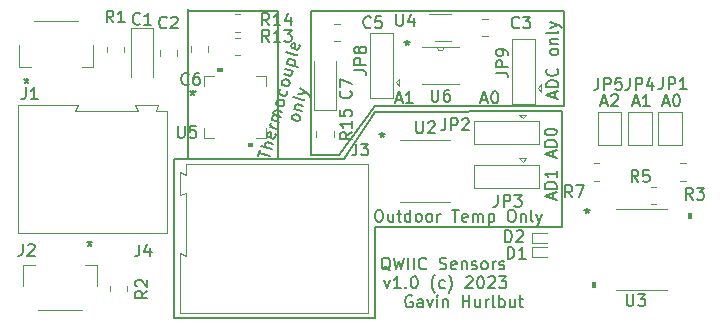
<source format=gbr>
%TF.GenerationSoftware,KiCad,Pcbnew,(6.0.10)*%
%TF.CreationDate,2023-01-29T23:27:27-05:00*%
%TF.ProjectId,sensor-board,73656e73-6f72-42d6-926f-6172642e6b69,v1.0*%
%TF.SameCoordinates,Original*%
%TF.FileFunction,Legend,Top*%
%TF.FilePolarity,Positive*%
%FSLAX46Y46*%
G04 Gerber Fmt 4.6, Leading zero omitted, Abs format (unit mm)*
G04 Created by KiCad (PCBNEW (6.0.10)) date 2023-01-29 23:27:27*
%MOMM*%
%LPD*%
G01*
G04 APERTURE LIST*
%ADD10C,0.150000*%
%ADD11C,0.120000*%
%ADD12C,0.100000*%
G04 APERTURE END LIST*
D10*
X107997714Y-132500666D02*
X108473904Y-132500666D01*
X107902476Y-132786380D02*
X108235809Y-131786380D01*
X108569142Y-132786380D01*
X109426285Y-132786380D02*
X108854857Y-132786380D01*
X109140571Y-132786380D02*
X109140571Y-131786380D01*
X109045333Y-131929238D01*
X108950095Y-132024476D01*
X108854857Y-132072095D01*
X115236714Y-132500666D02*
X115712904Y-132500666D01*
X115141476Y-132786380D02*
X115474809Y-131786380D01*
X115808142Y-132786380D01*
X116331952Y-131786380D02*
X116427190Y-131786380D01*
X116522428Y-131834000D01*
X116570047Y-131881619D01*
X116617666Y-131976857D01*
X116665285Y-132167333D01*
X116665285Y-132405428D01*
X116617666Y-132595904D01*
X116570047Y-132691142D01*
X116522428Y-132738761D01*
X116427190Y-132786380D01*
X116331952Y-132786380D01*
X116236714Y-132738761D01*
X116189095Y-132691142D01*
X116141476Y-132595904D01*
X116093857Y-132405428D01*
X116093857Y-132167333D01*
X116141476Y-131976857D01*
X116189095Y-131881619D01*
X116236714Y-131834000D01*
X116331952Y-131786380D01*
X121324666Y-137358285D02*
X121324666Y-136882095D01*
X121610380Y-137453523D02*
X120610380Y-137120190D01*
X121610380Y-136786857D01*
X121610380Y-136453523D02*
X120610380Y-136453523D01*
X120610380Y-136215428D01*
X120658000Y-136072571D01*
X120753238Y-135977333D01*
X120848476Y-135929714D01*
X121038952Y-135882095D01*
X121181809Y-135882095D01*
X121372285Y-135929714D01*
X121467523Y-135977333D01*
X121562761Y-136072571D01*
X121610380Y-136215428D01*
X121610380Y-136453523D01*
X120610380Y-135263047D02*
X120610380Y-135167809D01*
X120658000Y-135072571D01*
X120705619Y-135024952D01*
X120800857Y-134977333D01*
X120991333Y-134929714D01*
X121229428Y-134929714D01*
X121419904Y-134977333D01*
X121515142Y-135024952D01*
X121562761Y-135072571D01*
X121610380Y-135167809D01*
X121610380Y-135263047D01*
X121562761Y-135358285D01*
X121515142Y-135405904D01*
X121419904Y-135453523D01*
X121229428Y-135501142D01*
X120991333Y-135501142D01*
X120800857Y-135453523D01*
X120705619Y-135405904D01*
X120658000Y-135358285D01*
X120610380Y-135263047D01*
X121324666Y-140914285D02*
X121324666Y-140438095D01*
X121610380Y-141009523D02*
X120610380Y-140676190D01*
X121610380Y-140342857D01*
X121610380Y-140009523D02*
X120610380Y-140009523D01*
X120610380Y-139771428D01*
X120658000Y-139628571D01*
X120753238Y-139533333D01*
X120848476Y-139485714D01*
X121038952Y-139438095D01*
X121181809Y-139438095D01*
X121372285Y-139485714D01*
X121467523Y-139533333D01*
X121562761Y-139628571D01*
X121610380Y-139771428D01*
X121610380Y-140009523D01*
X121610380Y-138485714D02*
X121610380Y-139057142D01*
X121610380Y-138771428D02*
X120610380Y-138771428D01*
X120753238Y-138866666D01*
X120848476Y-138961904D01*
X120896095Y-139057142D01*
X125396714Y-132754666D02*
X125872904Y-132754666D01*
X125301476Y-133040380D02*
X125634809Y-132040380D01*
X125968142Y-133040380D01*
X126253857Y-132135619D02*
X126301476Y-132088000D01*
X126396714Y-132040380D01*
X126634809Y-132040380D01*
X126730047Y-132088000D01*
X126777666Y-132135619D01*
X126825285Y-132230857D01*
X126825285Y-132326095D01*
X126777666Y-132468952D01*
X126206238Y-133040380D01*
X126825285Y-133040380D01*
X128063714Y-132754666D02*
X128539904Y-132754666D01*
X127968476Y-133040380D02*
X128301809Y-132040380D01*
X128635142Y-133040380D01*
X129492285Y-133040380D02*
X128920857Y-133040380D01*
X129206571Y-133040380D02*
X129206571Y-132040380D01*
X129111333Y-132183238D01*
X129016095Y-132278476D01*
X128920857Y-132326095D01*
X130603714Y-132754666D02*
X131079904Y-132754666D01*
X130508476Y-133040380D02*
X130841809Y-132040380D01*
X131175142Y-133040380D01*
X131698952Y-132040380D02*
X131794190Y-132040380D01*
X131889428Y-132088000D01*
X131937047Y-132135619D01*
X131984666Y-132230857D01*
X132032285Y-132421333D01*
X132032285Y-132659428D01*
X131984666Y-132849904D01*
X131937047Y-132945142D01*
X131889428Y-132992761D01*
X131794190Y-133040380D01*
X131698952Y-133040380D01*
X131603714Y-132992761D01*
X131556095Y-132945142D01*
X131508476Y-132849904D01*
X131460857Y-132659428D01*
X131460857Y-132421333D01*
X131508476Y-132230857D01*
X131556095Y-132135619D01*
X131603714Y-132088000D01*
X131698952Y-132040380D01*
X89250000Y-151000000D02*
X89250000Y-137500000D01*
X90400000Y-125000000D02*
X98000000Y-125000000D01*
X100800000Y-137200000D02*
X100800000Y-125000000D01*
X122200000Y-125000000D02*
X122200000Y-133000000D01*
X121600000Y-133000000D02*
X106200000Y-133000000D01*
X106200000Y-133000000D02*
X103200000Y-137200000D01*
X122047000Y-133477000D02*
X122047000Y-143250000D01*
X98000000Y-125000000D02*
X97988677Y-137495932D01*
X103600000Y-137500000D02*
X106250000Y-133500000D01*
X106250000Y-143250000D02*
X106250000Y-151000000D01*
X90399999Y-137491072D02*
X90400000Y-124800000D01*
X122047000Y-143250000D02*
X106250000Y-143250000D01*
X106250000Y-151000000D02*
X89250000Y-151000000D01*
X89250000Y-137500000D02*
X103600000Y-137500000D01*
X122200000Y-133000000D02*
X121600000Y-133000000D01*
X103200000Y-137200000D02*
X100800000Y-137200000D01*
X100800000Y-125000000D02*
X122200000Y-125000000D01*
X106250000Y-133500000D02*
X122047000Y-133477000D01*
X106474476Y-141819380D02*
X106664952Y-141819380D01*
X106760190Y-141867000D01*
X106855428Y-141962238D01*
X106903047Y-142152714D01*
X106903047Y-142486047D01*
X106855428Y-142676523D01*
X106760190Y-142771761D01*
X106664952Y-142819380D01*
X106474476Y-142819380D01*
X106379238Y-142771761D01*
X106284000Y-142676523D01*
X106236380Y-142486047D01*
X106236380Y-142152714D01*
X106284000Y-141962238D01*
X106379238Y-141867000D01*
X106474476Y-141819380D01*
X107760190Y-142152714D02*
X107760190Y-142819380D01*
X107331619Y-142152714D02*
X107331619Y-142676523D01*
X107379238Y-142771761D01*
X107474476Y-142819380D01*
X107617333Y-142819380D01*
X107712571Y-142771761D01*
X107760190Y-142724142D01*
X108093523Y-142152714D02*
X108474476Y-142152714D01*
X108236380Y-141819380D02*
X108236380Y-142676523D01*
X108284000Y-142771761D01*
X108379238Y-142819380D01*
X108474476Y-142819380D01*
X109236380Y-142819380D02*
X109236380Y-141819380D01*
X109236380Y-142771761D02*
X109141142Y-142819380D01*
X108950666Y-142819380D01*
X108855428Y-142771761D01*
X108807809Y-142724142D01*
X108760190Y-142628904D01*
X108760190Y-142343190D01*
X108807809Y-142247952D01*
X108855428Y-142200333D01*
X108950666Y-142152714D01*
X109141142Y-142152714D01*
X109236380Y-142200333D01*
X109855428Y-142819380D02*
X109760190Y-142771761D01*
X109712571Y-142724142D01*
X109664952Y-142628904D01*
X109664952Y-142343190D01*
X109712571Y-142247952D01*
X109760190Y-142200333D01*
X109855428Y-142152714D01*
X109998285Y-142152714D01*
X110093523Y-142200333D01*
X110141142Y-142247952D01*
X110188761Y-142343190D01*
X110188761Y-142628904D01*
X110141142Y-142724142D01*
X110093523Y-142771761D01*
X109998285Y-142819380D01*
X109855428Y-142819380D01*
X110760190Y-142819380D02*
X110664952Y-142771761D01*
X110617333Y-142724142D01*
X110569714Y-142628904D01*
X110569714Y-142343190D01*
X110617333Y-142247952D01*
X110664952Y-142200333D01*
X110760190Y-142152714D01*
X110903047Y-142152714D01*
X110998285Y-142200333D01*
X111045904Y-142247952D01*
X111093523Y-142343190D01*
X111093523Y-142628904D01*
X111045904Y-142724142D01*
X110998285Y-142771761D01*
X110903047Y-142819380D01*
X110760190Y-142819380D01*
X111522095Y-142819380D02*
X111522095Y-142152714D01*
X111522095Y-142343190D02*
X111569714Y-142247952D01*
X111617333Y-142200333D01*
X111712571Y-142152714D01*
X111807809Y-142152714D01*
X112760190Y-141819380D02*
X113331619Y-141819380D01*
X113045904Y-142819380D02*
X113045904Y-141819380D01*
X114045904Y-142771761D02*
X113950666Y-142819380D01*
X113760190Y-142819380D01*
X113664952Y-142771761D01*
X113617333Y-142676523D01*
X113617333Y-142295571D01*
X113664952Y-142200333D01*
X113760190Y-142152714D01*
X113950666Y-142152714D01*
X114045904Y-142200333D01*
X114093523Y-142295571D01*
X114093523Y-142390809D01*
X113617333Y-142486047D01*
X114522095Y-142819380D02*
X114522095Y-142152714D01*
X114522095Y-142247952D02*
X114569714Y-142200333D01*
X114664952Y-142152714D01*
X114807809Y-142152714D01*
X114903047Y-142200333D01*
X114950666Y-142295571D01*
X114950666Y-142819380D01*
X114950666Y-142295571D02*
X114998285Y-142200333D01*
X115093523Y-142152714D01*
X115236380Y-142152714D01*
X115331619Y-142200333D01*
X115379238Y-142295571D01*
X115379238Y-142819380D01*
X115855428Y-142152714D02*
X115855428Y-143152714D01*
X115855428Y-142200333D02*
X115950666Y-142152714D01*
X116141142Y-142152714D01*
X116236380Y-142200333D01*
X116284000Y-142247952D01*
X116331619Y-142343190D01*
X116331619Y-142628904D01*
X116284000Y-142724142D01*
X116236380Y-142771761D01*
X116141142Y-142819380D01*
X115950666Y-142819380D01*
X115855428Y-142771761D01*
X117712571Y-141819380D02*
X117903047Y-141819380D01*
X117998285Y-141867000D01*
X118093523Y-141962238D01*
X118141142Y-142152714D01*
X118141142Y-142486047D01*
X118093523Y-142676523D01*
X117998285Y-142771761D01*
X117903047Y-142819380D01*
X117712571Y-142819380D01*
X117617333Y-142771761D01*
X117522095Y-142676523D01*
X117474476Y-142486047D01*
X117474476Y-142152714D01*
X117522095Y-141962238D01*
X117617333Y-141867000D01*
X117712571Y-141819380D01*
X118569714Y-142152714D02*
X118569714Y-142819380D01*
X118569714Y-142247952D02*
X118617333Y-142200333D01*
X118712571Y-142152714D01*
X118855428Y-142152714D01*
X118950666Y-142200333D01*
X118998285Y-142295571D01*
X118998285Y-142819380D01*
X119617333Y-142819380D02*
X119522095Y-142771761D01*
X119474476Y-142676523D01*
X119474476Y-141819380D01*
X119903047Y-142152714D02*
X120141142Y-142819380D01*
X120379238Y-142152714D02*
X120141142Y-142819380D01*
X120045904Y-143057476D01*
X119998285Y-143105095D01*
X119903047Y-143152714D01*
X107523809Y-146947619D02*
X107428571Y-146900000D01*
X107333333Y-146804761D01*
X107190476Y-146661904D01*
X107095238Y-146614285D01*
X107000000Y-146614285D01*
X107047619Y-146852380D02*
X106952380Y-146804761D01*
X106857142Y-146709523D01*
X106809523Y-146519047D01*
X106809523Y-146185714D01*
X106857142Y-145995238D01*
X106952380Y-145900000D01*
X107047619Y-145852380D01*
X107238095Y-145852380D01*
X107333333Y-145900000D01*
X107428571Y-145995238D01*
X107476190Y-146185714D01*
X107476190Y-146519047D01*
X107428571Y-146709523D01*
X107333333Y-146804761D01*
X107238095Y-146852380D01*
X107047619Y-146852380D01*
X107809523Y-145852380D02*
X108047619Y-146852380D01*
X108238095Y-146138095D01*
X108428571Y-146852380D01*
X108666666Y-145852380D01*
X109047619Y-146852380D02*
X109047619Y-145852380D01*
X109523809Y-146852380D02*
X109523809Y-145852380D01*
X110571428Y-146757142D02*
X110523809Y-146804761D01*
X110380952Y-146852380D01*
X110285714Y-146852380D01*
X110142857Y-146804761D01*
X110047619Y-146709523D01*
X110000000Y-146614285D01*
X109952380Y-146423809D01*
X109952380Y-146280952D01*
X110000000Y-146090476D01*
X110047619Y-145995238D01*
X110142857Y-145900000D01*
X110285714Y-145852380D01*
X110380952Y-145852380D01*
X110523809Y-145900000D01*
X110571428Y-145947619D01*
X111714285Y-146804761D02*
X111857142Y-146852380D01*
X112095238Y-146852380D01*
X112190476Y-146804761D01*
X112238095Y-146757142D01*
X112285714Y-146661904D01*
X112285714Y-146566666D01*
X112238095Y-146471428D01*
X112190476Y-146423809D01*
X112095238Y-146376190D01*
X111904761Y-146328571D01*
X111809523Y-146280952D01*
X111761904Y-146233333D01*
X111714285Y-146138095D01*
X111714285Y-146042857D01*
X111761904Y-145947619D01*
X111809523Y-145900000D01*
X111904761Y-145852380D01*
X112142857Y-145852380D01*
X112285714Y-145900000D01*
X113095238Y-146804761D02*
X113000000Y-146852380D01*
X112809523Y-146852380D01*
X112714285Y-146804761D01*
X112666666Y-146709523D01*
X112666666Y-146328571D01*
X112714285Y-146233333D01*
X112809523Y-146185714D01*
X113000000Y-146185714D01*
X113095238Y-146233333D01*
X113142857Y-146328571D01*
X113142857Y-146423809D01*
X112666666Y-146519047D01*
X113571428Y-146185714D02*
X113571428Y-146852380D01*
X113571428Y-146280952D02*
X113619047Y-146233333D01*
X113714285Y-146185714D01*
X113857142Y-146185714D01*
X113952380Y-146233333D01*
X114000000Y-146328571D01*
X114000000Y-146852380D01*
X114428571Y-146804761D02*
X114523809Y-146852380D01*
X114714285Y-146852380D01*
X114809523Y-146804761D01*
X114857142Y-146709523D01*
X114857142Y-146661904D01*
X114809523Y-146566666D01*
X114714285Y-146519047D01*
X114571428Y-146519047D01*
X114476190Y-146471428D01*
X114428571Y-146376190D01*
X114428571Y-146328571D01*
X114476190Y-146233333D01*
X114571428Y-146185714D01*
X114714285Y-146185714D01*
X114809523Y-146233333D01*
X115428571Y-146852380D02*
X115333333Y-146804761D01*
X115285714Y-146757142D01*
X115238095Y-146661904D01*
X115238095Y-146376190D01*
X115285714Y-146280952D01*
X115333333Y-146233333D01*
X115428571Y-146185714D01*
X115571428Y-146185714D01*
X115666666Y-146233333D01*
X115714285Y-146280952D01*
X115761904Y-146376190D01*
X115761904Y-146661904D01*
X115714285Y-146757142D01*
X115666666Y-146804761D01*
X115571428Y-146852380D01*
X115428571Y-146852380D01*
X116190476Y-146852380D02*
X116190476Y-146185714D01*
X116190476Y-146376190D02*
X116238095Y-146280952D01*
X116285714Y-146233333D01*
X116380952Y-146185714D01*
X116476190Y-146185714D01*
X116761904Y-146804761D02*
X116857142Y-146852380D01*
X117047619Y-146852380D01*
X117142857Y-146804761D01*
X117190476Y-146709523D01*
X117190476Y-146661904D01*
X117142857Y-146566666D01*
X117047619Y-146519047D01*
X116904761Y-146519047D01*
X116809523Y-146471428D01*
X116761904Y-146376190D01*
X116761904Y-146328571D01*
X116809523Y-146233333D01*
X116904761Y-146185714D01*
X117047619Y-146185714D01*
X117142857Y-146233333D01*
X121451666Y-132325666D02*
X121451666Y-131849476D01*
X121737380Y-132420904D02*
X120737380Y-132087571D01*
X121737380Y-131754238D01*
X121737380Y-131420904D02*
X120737380Y-131420904D01*
X120737380Y-131182809D01*
X120785000Y-131039952D01*
X120880238Y-130944714D01*
X120975476Y-130897095D01*
X121165952Y-130849476D01*
X121308809Y-130849476D01*
X121499285Y-130897095D01*
X121594523Y-130944714D01*
X121689761Y-131039952D01*
X121737380Y-131182809D01*
X121737380Y-131420904D01*
X121642142Y-129849476D02*
X121689761Y-129897095D01*
X121737380Y-130039952D01*
X121737380Y-130135190D01*
X121689761Y-130278047D01*
X121594523Y-130373285D01*
X121499285Y-130420904D01*
X121308809Y-130468523D01*
X121165952Y-130468523D01*
X120975476Y-130420904D01*
X120880238Y-130373285D01*
X120785000Y-130278047D01*
X120737380Y-130135190D01*
X120737380Y-130039952D01*
X120785000Y-129897095D01*
X120832619Y-129849476D01*
X121737380Y-128516142D02*
X121689761Y-128611380D01*
X121642142Y-128659000D01*
X121546904Y-128706619D01*
X121261190Y-128706619D01*
X121165952Y-128659000D01*
X121118333Y-128611380D01*
X121070714Y-128516142D01*
X121070714Y-128373285D01*
X121118333Y-128278047D01*
X121165952Y-128230428D01*
X121261190Y-128182809D01*
X121546904Y-128182809D01*
X121642142Y-128230428D01*
X121689761Y-128278047D01*
X121737380Y-128373285D01*
X121737380Y-128516142D01*
X121070714Y-127754238D02*
X121737380Y-127754238D01*
X121165952Y-127754238D02*
X121118333Y-127706619D01*
X121070714Y-127611380D01*
X121070714Y-127468523D01*
X121118333Y-127373285D01*
X121213571Y-127325666D01*
X121737380Y-127325666D01*
X121737380Y-126706619D02*
X121689761Y-126801857D01*
X121594523Y-126849476D01*
X120737380Y-126849476D01*
X121070714Y-126420904D02*
X121737380Y-126182809D01*
X121070714Y-125944714D02*
X121737380Y-126182809D01*
X121975476Y-126278047D01*
X122023095Y-126325666D01*
X122070714Y-126420904D01*
X96313888Y-137263540D02*
X96461784Y-136711582D01*
X97353762Y-137246380D02*
X96387836Y-136987561D01*
X97513983Y-136648426D02*
X96548057Y-136389607D01*
X97624906Y-136234458D02*
X97118945Y-136098886D01*
X97014627Y-136120233D01*
X96943981Y-136199901D01*
X96907007Y-136337891D01*
X96928354Y-136442208D01*
X96962026Y-136500530D01*
X97800754Y-135394197D02*
X97822101Y-135498515D01*
X97772802Y-135682500D01*
X97702156Y-135762169D01*
X97597839Y-135783516D01*
X97229867Y-135684918D01*
X97150199Y-135614272D01*
X97128852Y-135509954D01*
X97178151Y-135325969D01*
X97248797Y-135246300D01*
X97353114Y-135224953D01*
X97445107Y-135249603D01*
X97413853Y-135734217D01*
X97969998Y-134946557D02*
X97326047Y-134774011D01*
X97510033Y-134823310D02*
X97430365Y-134752664D01*
X97396693Y-134694343D01*
X97375346Y-134590025D01*
X97399996Y-134498032D01*
X98130219Y-134348603D02*
X97486269Y-134176057D01*
X97578261Y-134200706D02*
X97544590Y-134142385D01*
X97523243Y-134038067D01*
X97560217Y-133900078D01*
X97630863Y-133820410D01*
X97735180Y-133799063D01*
X98241142Y-133934635D01*
X97735180Y-133799063D02*
X97655512Y-133728417D01*
X97634165Y-133624099D01*
X97671139Y-133486110D01*
X97741785Y-133406442D01*
X97846103Y-133385095D01*
X98352064Y-133520666D01*
X98512285Y-132922712D02*
X98441639Y-133002381D01*
X98383318Y-133036052D01*
X98279001Y-133057399D01*
X98003022Y-132983451D01*
X97923354Y-132912805D01*
X97889682Y-132854484D01*
X97868335Y-132750166D01*
X97905309Y-132612177D01*
X97975955Y-132532509D01*
X98034276Y-132498837D01*
X98138594Y-132477490D01*
X98414572Y-132551438D01*
X98494241Y-132622084D01*
X98527912Y-132680405D01*
X98549259Y-132784723D01*
X98512285Y-132922712D01*
X98774407Y-131760476D02*
X98795754Y-131864794D01*
X98746455Y-132048779D01*
X98675809Y-132128448D01*
X98617488Y-132162119D01*
X98513170Y-132183466D01*
X98237191Y-132109518D01*
X98157523Y-132038872D01*
X98123851Y-131980551D01*
X98102504Y-131876233D01*
X98151803Y-131692248D01*
X98222449Y-131612579D01*
X98968300Y-131220843D02*
X98897654Y-131300511D01*
X98839333Y-131334183D01*
X98735015Y-131355530D01*
X98459036Y-131281582D01*
X98379368Y-131210936D01*
X98345696Y-131152615D01*
X98324349Y-131048297D01*
X98361323Y-130910308D01*
X98431969Y-130830639D01*
X98490290Y-130796968D01*
X98594608Y-130775621D01*
X98870587Y-130849569D01*
X98950255Y-130920215D01*
X98983927Y-130978536D01*
X99005274Y-131082854D01*
X98968300Y-131220843D01*
X98632467Y-129898385D02*
X99276418Y-130070931D01*
X98521545Y-130312354D02*
X99027506Y-130447925D01*
X99131824Y-130426578D01*
X99202469Y-130346910D01*
X99239444Y-130208921D01*
X99218097Y-130104603D01*
X99184425Y-130046282D01*
X98755714Y-129438421D02*
X99721640Y-129697240D01*
X98801711Y-129450745D02*
X98780364Y-129346428D01*
X98829663Y-129162442D01*
X98900309Y-129082774D01*
X98958630Y-129049102D01*
X99062947Y-129027755D01*
X99338926Y-129101703D01*
X99418594Y-129172349D01*
X99452266Y-129230670D01*
X99473613Y-129334988D01*
X99424314Y-129518974D01*
X99353668Y-129598642D01*
X99670809Y-128599044D02*
X99600163Y-128678713D01*
X99495845Y-128700060D01*
X98667909Y-128478215D01*
X99822008Y-127850776D02*
X99843355Y-127955094D01*
X99794056Y-128139080D01*
X99723410Y-128218748D01*
X99619092Y-128240095D01*
X99251121Y-128141497D01*
X99171452Y-128070851D01*
X99150105Y-127966534D01*
X99199404Y-127782548D01*
X99270050Y-127702880D01*
X99374368Y-127681533D01*
X99466361Y-127706182D01*
X99435106Y-128190796D01*
X99845581Y-134167348D02*
X99774935Y-134247016D01*
X99716614Y-134280688D01*
X99612297Y-134302035D01*
X99336318Y-134228086D01*
X99256650Y-134157441D01*
X99222978Y-134099119D01*
X99201631Y-133994802D01*
X99238605Y-133856812D01*
X99309251Y-133777144D01*
X99367572Y-133743472D01*
X99471890Y-133722125D01*
X99747869Y-133796074D01*
X99827537Y-133866720D01*
X99861209Y-133925041D01*
X99882556Y-134029358D01*
X99845581Y-134167348D01*
X99398826Y-133258858D02*
X100042777Y-133431404D01*
X99490819Y-133283508D02*
X99457147Y-133225187D01*
X99435800Y-133120869D01*
X99472775Y-132982879D01*
X99543421Y-132903211D01*
X99647738Y-132881864D01*
X100153699Y-133017436D01*
X100313921Y-132419482D02*
X100243275Y-132499150D01*
X100138957Y-132520497D01*
X99311021Y-132298652D01*
X99743918Y-131970957D02*
X100449492Y-131913521D01*
X99867166Y-131510992D02*
X100449492Y-131913521D01*
X100654825Y-132067137D01*
X100688497Y-132125459D01*
X100709844Y-132229776D01*
X107028571Y-147780714D02*
X107266666Y-148447380D01*
X107504761Y-147780714D01*
X108409523Y-148447380D02*
X107838095Y-148447380D01*
X108123809Y-148447380D02*
X108123809Y-147447380D01*
X108028571Y-147590238D01*
X107933333Y-147685476D01*
X107838095Y-147733095D01*
X108838095Y-148352142D02*
X108885714Y-148399761D01*
X108838095Y-148447380D01*
X108790476Y-148399761D01*
X108838095Y-148352142D01*
X108838095Y-148447380D01*
X109504761Y-147447380D02*
X109600000Y-147447380D01*
X109695238Y-147495000D01*
X109742857Y-147542619D01*
X109790476Y-147637857D01*
X109838095Y-147828333D01*
X109838095Y-148066428D01*
X109790476Y-148256904D01*
X109742857Y-148352142D01*
X109695238Y-148399761D01*
X109600000Y-148447380D01*
X109504761Y-148447380D01*
X109409523Y-148399761D01*
X109361904Y-148352142D01*
X109314285Y-148256904D01*
X109266666Y-148066428D01*
X109266666Y-147828333D01*
X109314285Y-147637857D01*
X109361904Y-147542619D01*
X109409523Y-147495000D01*
X109504761Y-147447380D01*
X111314285Y-148828333D02*
X111266666Y-148780714D01*
X111171428Y-148637857D01*
X111123809Y-148542619D01*
X111076190Y-148399761D01*
X111028571Y-148161666D01*
X111028571Y-147971190D01*
X111076190Y-147733095D01*
X111123809Y-147590238D01*
X111171428Y-147495000D01*
X111266666Y-147352142D01*
X111314285Y-147304523D01*
X112123809Y-148399761D02*
X112028571Y-148447380D01*
X111838095Y-148447380D01*
X111742857Y-148399761D01*
X111695238Y-148352142D01*
X111647619Y-148256904D01*
X111647619Y-147971190D01*
X111695238Y-147875952D01*
X111742857Y-147828333D01*
X111838095Y-147780714D01*
X112028571Y-147780714D01*
X112123809Y-147828333D01*
X112457142Y-148828333D02*
X112504761Y-148780714D01*
X112600000Y-148637857D01*
X112647619Y-148542619D01*
X112695238Y-148399761D01*
X112742857Y-148161666D01*
X112742857Y-147971190D01*
X112695238Y-147733095D01*
X112647619Y-147590238D01*
X112600000Y-147495000D01*
X112504761Y-147352142D01*
X112457142Y-147304523D01*
X113933333Y-147542619D02*
X113980952Y-147495000D01*
X114076190Y-147447380D01*
X114314285Y-147447380D01*
X114409523Y-147495000D01*
X114457142Y-147542619D01*
X114504761Y-147637857D01*
X114504761Y-147733095D01*
X114457142Y-147875952D01*
X113885714Y-148447380D01*
X114504761Y-148447380D01*
X115123809Y-147447380D02*
X115219047Y-147447380D01*
X115314285Y-147495000D01*
X115361904Y-147542619D01*
X115409523Y-147637857D01*
X115457142Y-147828333D01*
X115457142Y-148066428D01*
X115409523Y-148256904D01*
X115361904Y-148352142D01*
X115314285Y-148399761D01*
X115219047Y-148447380D01*
X115123809Y-148447380D01*
X115028571Y-148399761D01*
X114980952Y-148352142D01*
X114933333Y-148256904D01*
X114885714Y-148066428D01*
X114885714Y-147828333D01*
X114933333Y-147637857D01*
X114980952Y-147542619D01*
X115028571Y-147495000D01*
X115123809Y-147447380D01*
X115838095Y-147542619D02*
X115885714Y-147495000D01*
X115980952Y-147447380D01*
X116219047Y-147447380D01*
X116314285Y-147495000D01*
X116361904Y-147542619D01*
X116409523Y-147637857D01*
X116409523Y-147733095D01*
X116361904Y-147875952D01*
X115790476Y-148447380D01*
X116409523Y-148447380D01*
X116742857Y-147447380D02*
X117361904Y-147447380D01*
X117028571Y-147828333D01*
X117171428Y-147828333D01*
X117266666Y-147875952D01*
X117314285Y-147923571D01*
X117361904Y-148018809D01*
X117361904Y-148256904D01*
X117314285Y-148352142D01*
X117266666Y-148399761D01*
X117171428Y-148447380D01*
X116885714Y-148447380D01*
X116790476Y-148399761D01*
X116742857Y-148352142D01*
X109361904Y-149105000D02*
X109266666Y-149057380D01*
X109123809Y-149057380D01*
X108980952Y-149105000D01*
X108885714Y-149200238D01*
X108838095Y-149295476D01*
X108790476Y-149485952D01*
X108790476Y-149628809D01*
X108838095Y-149819285D01*
X108885714Y-149914523D01*
X108980952Y-150009761D01*
X109123809Y-150057380D01*
X109219047Y-150057380D01*
X109361904Y-150009761D01*
X109409523Y-149962142D01*
X109409523Y-149628809D01*
X109219047Y-149628809D01*
X110266666Y-150057380D02*
X110266666Y-149533571D01*
X110219047Y-149438333D01*
X110123809Y-149390714D01*
X109933333Y-149390714D01*
X109838095Y-149438333D01*
X110266666Y-150009761D02*
X110171428Y-150057380D01*
X109933333Y-150057380D01*
X109838095Y-150009761D01*
X109790476Y-149914523D01*
X109790476Y-149819285D01*
X109838095Y-149724047D01*
X109933333Y-149676428D01*
X110171428Y-149676428D01*
X110266666Y-149628809D01*
X110647619Y-149390714D02*
X110885714Y-150057380D01*
X111123809Y-149390714D01*
X111504761Y-150057380D02*
X111504761Y-149390714D01*
X111504761Y-149057380D02*
X111457142Y-149105000D01*
X111504761Y-149152619D01*
X111552380Y-149105000D01*
X111504761Y-149057380D01*
X111504761Y-149152619D01*
X111980952Y-149390714D02*
X111980952Y-150057380D01*
X111980952Y-149485952D02*
X112028571Y-149438333D01*
X112123809Y-149390714D01*
X112266666Y-149390714D01*
X112361904Y-149438333D01*
X112409523Y-149533571D01*
X112409523Y-150057380D01*
X113647619Y-150057380D02*
X113647619Y-149057380D01*
X113647619Y-149533571D02*
X114219047Y-149533571D01*
X114219047Y-150057380D02*
X114219047Y-149057380D01*
X115123809Y-149390714D02*
X115123809Y-150057380D01*
X114695238Y-149390714D02*
X114695238Y-149914523D01*
X114742857Y-150009761D01*
X114838095Y-150057380D01*
X114980952Y-150057380D01*
X115076190Y-150009761D01*
X115123809Y-149962142D01*
X115600000Y-150057380D02*
X115600000Y-149390714D01*
X115600000Y-149581190D02*
X115647619Y-149485952D01*
X115695238Y-149438333D01*
X115790476Y-149390714D01*
X115885714Y-149390714D01*
X116361904Y-150057380D02*
X116266666Y-150009761D01*
X116219047Y-149914523D01*
X116219047Y-149057380D01*
X116742857Y-150057380D02*
X116742857Y-149057380D01*
X116742857Y-149438333D02*
X116838095Y-149390714D01*
X117028571Y-149390714D01*
X117123809Y-149438333D01*
X117171428Y-149485952D01*
X117219047Y-149581190D01*
X117219047Y-149866904D01*
X117171428Y-149962142D01*
X117123809Y-150009761D01*
X117028571Y-150057380D01*
X116838095Y-150057380D01*
X116742857Y-150009761D01*
X118076190Y-149390714D02*
X118076190Y-150057380D01*
X117647619Y-149390714D02*
X117647619Y-149914523D01*
X117695238Y-150009761D01*
X117790476Y-150057380D01*
X117933333Y-150057380D01*
X118028571Y-150009761D01*
X118076190Y-149962142D01*
X118409523Y-149390714D02*
X118790476Y-149390714D01*
X118552380Y-149057380D02*
X118552380Y-149914523D01*
X118600000Y-150009761D01*
X118695238Y-150057380D01*
X118790476Y-150057380D01*
%TO.C,JP5*%
X125150666Y-130643380D02*
X125150666Y-131357666D01*
X125103047Y-131500523D01*
X125007809Y-131595761D01*
X124864952Y-131643380D01*
X124769714Y-131643380D01*
X125626857Y-131643380D02*
X125626857Y-130643380D01*
X126007809Y-130643380D01*
X126103047Y-130691000D01*
X126150666Y-130738619D01*
X126198285Y-130833857D01*
X126198285Y-130976714D01*
X126150666Y-131071952D01*
X126103047Y-131119571D01*
X126007809Y-131167190D01*
X125626857Y-131167190D01*
X127103047Y-130643380D02*
X126626857Y-130643380D01*
X126579238Y-131119571D01*
X126626857Y-131071952D01*
X126722095Y-131024333D01*
X126960190Y-131024333D01*
X127055428Y-131071952D01*
X127103047Y-131119571D01*
X127150666Y-131214809D01*
X127150666Y-131452904D01*
X127103047Y-131548142D01*
X127055428Y-131595761D01*
X126960190Y-131643380D01*
X126722095Y-131643380D01*
X126626857Y-131595761D01*
X126579238Y-131548142D01*
%TO.C,JP4*%
X127817666Y-130643380D02*
X127817666Y-131357666D01*
X127770047Y-131500523D01*
X127674809Y-131595761D01*
X127531952Y-131643380D01*
X127436714Y-131643380D01*
X128293857Y-131643380D02*
X128293857Y-130643380D01*
X128674809Y-130643380D01*
X128770047Y-130691000D01*
X128817666Y-130738619D01*
X128865285Y-130833857D01*
X128865285Y-130976714D01*
X128817666Y-131071952D01*
X128770047Y-131119571D01*
X128674809Y-131167190D01*
X128293857Y-131167190D01*
X129722428Y-130976714D02*
X129722428Y-131643380D01*
X129484333Y-130595761D02*
X129246238Y-131310047D01*
X129865285Y-131310047D01*
%TO.C,JP1*%
X130611666Y-130606715D02*
X130611666Y-131321001D01*
X130564047Y-131463858D01*
X130468809Y-131559096D01*
X130325952Y-131606715D01*
X130230714Y-131606715D01*
X131087857Y-131606715D02*
X131087857Y-130606715D01*
X131468809Y-130606715D01*
X131564047Y-130654335D01*
X131611666Y-130701954D01*
X131659285Y-130797192D01*
X131659285Y-130940049D01*
X131611666Y-131035287D01*
X131564047Y-131082906D01*
X131468809Y-131130525D01*
X131087857Y-131130525D01*
X132611666Y-131606715D02*
X132040238Y-131606715D01*
X132325952Y-131606715D02*
X132325952Y-130606715D01*
X132230714Y-130749573D01*
X132135476Y-130844811D01*
X132040238Y-130892430D01*
%TO.C,C6*%
X90448067Y-131129503D02*
X90400448Y-131177122D01*
X90257591Y-131224741D01*
X90162353Y-131224741D01*
X90019495Y-131177122D01*
X89924257Y-131081884D01*
X89876638Y-130986646D01*
X89829019Y-130796170D01*
X89829019Y-130653313D01*
X89876638Y-130462837D01*
X89924257Y-130367599D01*
X90019495Y-130272361D01*
X90162353Y-130224741D01*
X90257591Y-130224741D01*
X90400448Y-130272361D01*
X90448067Y-130319980D01*
X91305210Y-130224741D02*
X91114734Y-130224741D01*
X91019495Y-130272361D01*
X90971876Y-130319980D01*
X90876638Y-130462837D01*
X90829019Y-130653313D01*
X90829019Y-131034265D01*
X90876638Y-131129503D01*
X90924257Y-131177122D01*
X91019495Y-131224741D01*
X91209972Y-131224741D01*
X91305210Y-131177122D01*
X91352829Y-131129503D01*
X91400448Y-131034265D01*
X91400448Y-130796170D01*
X91352829Y-130700932D01*
X91305210Y-130653313D01*
X91209972Y-130605694D01*
X91019495Y-130605694D01*
X90924257Y-130653313D01*
X90876638Y-130700932D01*
X90829019Y-130796170D01*
%TO.C,J3*%
X104666666Y-136202380D02*
X104666666Y-136916666D01*
X104619047Y-137059523D01*
X104523809Y-137154761D01*
X104380952Y-137202380D01*
X104285714Y-137202380D01*
X105047619Y-136202380D02*
X105666666Y-136202380D01*
X105333333Y-136583333D01*
X105476190Y-136583333D01*
X105571428Y-136630952D01*
X105619047Y-136678571D01*
X105666666Y-136773809D01*
X105666666Y-137011904D01*
X105619047Y-137107142D01*
X105571428Y-137154761D01*
X105476190Y-137202380D01*
X105190476Y-137202380D01*
X105095238Y-137154761D01*
X105047619Y-137107142D01*
%TO.C,C2*%
X88583333Y-126357142D02*
X88535714Y-126404761D01*
X88392857Y-126452380D01*
X88297619Y-126452380D01*
X88154761Y-126404761D01*
X88059523Y-126309523D01*
X88011904Y-126214285D01*
X87964285Y-126023809D01*
X87964285Y-125880952D01*
X88011904Y-125690476D01*
X88059523Y-125595238D01*
X88154761Y-125500000D01*
X88297619Y-125452380D01*
X88392857Y-125452380D01*
X88535714Y-125500000D01*
X88583333Y-125547619D01*
X88964285Y-125547619D02*
X89011904Y-125500000D01*
X89107142Y-125452380D01*
X89345238Y-125452380D01*
X89440476Y-125500000D01*
X89488095Y-125547619D01*
X89535714Y-125642857D01*
X89535714Y-125738095D01*
X89488095Y-125880952D01*
X88916666Y-126452380D01*
X89535714Y-126452380D01*
%TO.C,C7*%
X104157142Y-131766666D02*
X104204761Y-131814285D01*
X104252380Y-131957142D01*
X104252380Y-132052380D01*
X104204761Y-132195238D01*
X104109523Y-132290476D01*
X104014285Y-132338095D01*
X103823809Y-132385714D01*
X103680952Y-132385714D01*
X103490476Y-132338095D01*
X103395238Y-132290476D01*
X103300000Y-132195238D01*
X103252380Y-132052380D01*
X103252380Y-131957142D01*
X103300000Y-131814285D01*
X103347619Y-131766666D01*
X103252380Y-131433333D02*
X103252380Y-130766666D01*
X104252380Y-131195238D01*
%TO.C,JP2*%
X112196666Y-134072380D02*
X112196666Y-134786666D01*
X112149047Y-134929523D01*
X112053809Y-135024761D01*
X111910952Y-135072380D01*
X111815714Y-135072380D01*
X112672857Y-135072380D02*
X112672857Y-134072380D01*
X113053809Y-134072380D01*
X113149047Y-134120000D01*
X113196666Y-134167619D01*
X113244285Y-134262857D01*
X113244285Y-134405714D01*
X113196666Y-134500952D01*
X113149047Y-134548571D01*
X113053809Y-134596190D01*
X112672857Y-134596190D01*
X113625238Y-134167619D02*
X113672857Y-134120000D01*
X113768095Y-134072380D01*
X114006190Y-134072380D01*
X114101428Y-134120000D01*
X114149047Y-134167619D01*
X114196666Y-134262857D01*
X114196666Y-134358095D01*
X114149047Y-134500952D01*
X113577619Y-135072380D01*
X114196666Y-135072380D01*
%TO.C,R5*%
X128533333Y-139452380D02*
X128200000Y-138976190D01*
X127961904Y-139452380D02*
X127961904Y-138452380D01*
X128342857Y-138452380D01*
X128438095Y-138500000D01*
X128485714Y-138547619D01*
X128533333Y-138642857D01*
X128533333Y-138785714D01*
X128485714Y-138880952D01*
X128438095Y-138928571D01*
X128342857Y-138976190D01*
X127961904Y-138976190D01*
X129438095Y-138452380D02*
X128961904Y-138452380D01*
X128914285Y-138928571D01*
X128961904Y-138880952D01*
X129057142Y-138833333D01*
X129295238Y-138833333D01*
X129390476Y-138880952D01*
X129438095Y-138928571D01*
X129485714Y-139023809D01*
X129485714Y-139261904D01*
X129438095Y-139357142D01*
X129390476Y-139404761D01*
X129295238Y-139452380D01*
X129057142Y-139452380D01*
X128961904Y-139404761D01*
X128914285Y-139357142D01*
%TO.C,R1*%
X84083333Y-125952380D02*
X83750000Y-125476190D01*
X83511904Y-125952380D02*
X83511904Y-124952380D01*
X83892857Y-124952380D01*
X83988095Y-125000000D01*
X84035714Y-125047619D01*
X84083333Y-125142857D01*
X84083333Y-125285714D01*
X84035714Y-125380952D01*
X83988095Y-125428571D01*
X83892857Y-125476190D01*
X83511904Y-125476190D01*
X85035714Y-125952380D02*
X84464285Y-125952380D01*
X84750000Y-125952380D02*
X84750000Y-124952380D01*
X84654761Y-125095238D01*
X84559523Y-125190476D01*
X84464285Y-125238095D01*
%TO.C,U4*%
X108038095Y-125252380D02*
X108038095Y-126061904D01*
X108085714Y-126157142D01*
X108133333Y-126204761D01*
X108228571Y-126252380D01*
X108419047Y-126252380D01*
X108514285Y-126204761D01*
X108561904Y-126157142D01*
X108609523Y-126061904D01*
X108609523Y-125252380D01*
X109514285Y-125585714D02*
X109514285Y-126252380D01*
X109276190Y-125204761D02*
X109038095Y-125919047D01*
X109657142Y-125919047D01*
%TO.C,U5*%
X89535095Y-134707380D02*
X89535095Y-135516904D01*
X89582714Y-135612142D01*
X89630333Y-135659761D01*
X89725571Y-135707380D01*
X89916047Y-135707380D01*
X90011285Y-135659761D01*
X90058904Y-135612142D01*
X90106523Y-135516904D01*
X90106523Y-134707380D01*
X91058904Y-134707380D02*
X90582714Y-134707380D01*
X90535095Y-135183571D01*
X90582714Y-135135952D01*
X90677952Y-135088333D01*
X90916047Y-135088333D01*
X91011285Y-135135952D01*
X91058904Y-135183571D01*
X91106523Y-135278809D01*
X91106523Y-135516904D01*
X91058904Y-135612142D01*
X91011285Y-135659761D01*
X90916047Y-135707380D01*
X90677952Y-135707380D01*
X90582714Y-135659761D01*
X90535095Y-135612142D01*
X90800000Y-131652380D02*
X90800000Y-131890476D01*
X90561904Y-131795238D02*
X90800000Y-131890476D01*
X91038095Y-131795238D01*
X90657142Y-132080952D02*
X90800000Y-131890476D01*
X90942857Y-132080952D01*
X90800000Y-131652380D02*
X90800000Y-131890476D01*
X90561904Y-131795238D02*
X90800000Y-131890476D01*
X91038095Y-131795238D01*
X90657142Y-132080952D02*
X90800000Y-131890476D01*
X90942857Y-132080952D01*
%TO.C,R13*%
X97274142Y-127579380D02*
X96940809Y-127103190D01*
X96702714Y-127579380D02*
X96702714Y-126579380D01*
X97083666Y-126579380D01*
X97178904Y-126627000D01*
X97226523Y-126674619D01*
X97274142Y-126769857D01*
X97274142Y-126912714D01*
X97226523Y-127007952D01*
X97178904Y-127055571D01*
X97083666Y-127103190D01*
X96702714Y-127103190D01*
X98226523Y-127579380D02*
X97655095Y-127579380D01*
X97940809Y-127579380D02*
X97940809Y-126579380D01*
X97845571Y-126722238D01*
X97750333Y-126817476D01*
X97655095Y-126865095D01*
X98559857Y-126579380D02*
X99178904Y-126579380D01*
X98845571Y-126960333D01*
X98988428Y-126960333D01*
X99083666Y-127007952D01*
X99131285Y-127055571D01*
X99178904Y-127150809D01*
X99178904Y-127388904D01*
X99131285Y-127484142D01*
X99083666Y-127531761D01*
X98988428Y-127579380D01*
X98702714Y-127579380D01*
X98607476Y-127531761D01*
X98559857Y-127484142D01*
%TO.C,D2*%
X117261904Y-144552380D02*
X117261904Y-143552380D01*
X117500000Y-143552380D01*
X117642857Y-143600000D01*
X117738095Y-143695238D01*
X117785714Y-143790476D01*
X117833333Y-143980952D01*
X117833333Y-144123809D01*
X117785714Y-144314285D01*
X117738095Y-144409523D01*
X117642857Y-144504761D01*
X117500000Y-144552380D01*
X117261904Y-144552380D01*
X118214285Y-143647619D02*
X118261904Y-143600000D01*
X118357142Y-143552380D01*
X118595238Y-143552380D01*
X118690476Y-143600000D01*
X118738095Y-143647619D01*
X118785714Y-143742857D01*
X118785714Y-143838095D01*
X118738095Y-143980952D01*
X118166666Y-144552380D01*
X118785714Y-144552380D01*
%TO.C,J2*%
X76416666Y-144702380D02*
X76416666Y-145416666D01*
X76369047Y-145559523D01*
X76273809Y-145654761D01*
X76130952Y-145702380D01*
X76035714Y-145702380D01*
X76845238Y-144797619D02*
X76892857Y-144750000D01*
X76988095Y-144702380D01*
X77226190Y-144702380D01*
X77321428Y-144750000D01*
X77369047Y-144797619D01*
X77416666Y-144892857D01*
X77416666Y-144988095D01*
X77369047Y-145130952D01*
X76797619Y-145702380D01*
X77416666Y-145702380D01*
X82064599Y-144419981D02*
X82064599Y-144658077D01*
X81826503Y-144562839D02*
X82064599Y-144658077D01*
X82302694Y-144562839D01*
X81921741Y-144848553D02*
X82064599Y-144658077D01*
X82207456Y-144848553D01*
%TO.C,JP8*%
X104481380Y-129992333D02*
X105195666Y-129992333D01*
X105338523Y-130039952D01*
X105433761Y-130135190D01*
X105481380Y-130278047D01*
X105481380Y-130373285D01*
X105481380Y-129516142D02*
X104481380Y-129516142D01*
X104481380Y-129135190D01*
X104529000Y-129039952D01*
X104576619Y-128992333D01*
X104671857Y-128944714D01*
X104814714Y-128944714D01*
X104909952Y-128992333D01*
X104957571Y-129039952D01*
X105005190Y-129135190D01*
X105005190Y-129516142D01*
X104909952Y-128373285D02*
X104862333Y-128468523D01*
X104814714Y-128516142D01*
X104719476Y-128563761D01*
X104671857Y-128563761D01*
X104576619Y-128516142D01*
X104529000Y-128468523D01*
X104481380Y-128373285D01*
X104481380Y-128182809D01*
X104529000Y-128087571D01*
X104576619Y-128039952D01*
X104671857Y-127992333D01*
X104719476Y-127992333D01*
X104814714Y-128039952D01*
X104862333Y-128087571D01*
X104909952Y-128182809D01*
X104909952Y-128373285D01*
X104957571Y-128468523D01*
X105005190Y-128516142D01*
X105100428Y-128563761D01*
X105290904Y-128563761D01*
X105386142Y-128516142D01*
X105433761Y-128468523D01*
X105481380Y-128373285D01*
X105481380Y-128182809D01*
X105433761Y-128087571D01*
X105386142Y-128039952D01*
X105290904Y-127992333D01*
X105100428Y-127992333D01*
X105005190Y-128039952D01*
X104957571Y-128087571D01*
X104909952Y-128182809D01*
%TO.C,U2*%
X109728095Y-134326380D02*
X109728095Y-135135904D01*
X109775714Y-135231142D01*
X109823333Y-135278761D01*
X109918571Y-135326380D01*
X110109047Y-135326380D01*
X110204285Y-135278761D01*
X110251904Y-135231142D01*
X110299523Y-135135904D01*
X110299523Y-134326380D01*
X110728095Y-134421619D02*
X110775714Y-134374000D01*
X110870952Y-134326380D01*
X111109047Y-134326380D01*
X111204285Y-134374000D01*
X111251904Y-134421619D01*
X111299523Y-134516857D01*
X111299523Y-134612095D01*
X111251904Y-134754952D01*
X110680476Y-135326380D01*
X111299523Y-135326380D01*
X106849850Y-135234480D02*
X106849850Y-135472576D01*
X106611754Y-135377338D02*
X106849850Y-135472576D01*
X107087945Y-135377338D01*
X106706992Y-135663052D02*
X106849850Y-135472576D01*
X106992707Y-135663052D01*
X106849850Y-135234480D02*
X106849850Y-135472576D01*
X106611754Y-135377338D02*
X106849850Y-135472576D01*
X107087945Y-135377338D01*
X106706992Y-135663052D02*
X106849850Y-135472576D01*
X106992707Y-135663052D01*
%TO.C,U3*%
X127538095Y-148952380D02*
X127538095Y-149761904D01*
X127585714Y-149857142D01*
X127633333Y-149904761D01*
X127728571Y-149952380D01*
X127919047Y-149952380D01*
X128014285Y-149904761D01*
X128061904Y-149857142D01*
X128109523Y-149761904D01*
X128109523Y-148952380D01*
X128490476Y-148952380D02*
X129109523Y-148952380D01*
X128776190Y-149333333D01*
X128919047Y-149333333D01*
X129014285Y-149380952D01*
X129061904Y-149428571D01*
X129109523Y-149523809D01*
X129109523Y-149761904D01*
X129061904Y-149857142D01*
X129014285Y-149904761D01*
X128919047Y-149952380D01*
X128633333Y-149952380D01*
X128538095Y-149904761D01*
X128490476Y-149857142D01*
X124206000Y-141692380D02*
X124206000Y-141930476D01*
X123967904Y-141835238D02*
X124206000Y-141930476D01*
X124444095Y-141835238D01*
X124063142Y-142120952D02*
X124206000Y-141930476D01*
X124348857Y-142120952D01*
X124206000Y-141692380D02*
X124206000Y-141930476D01*
X123967904Y-141835238D02*
X124206000Y-141930476D01*
X124444095Y-141835238D01*
X124063142Y-142120952D02*
X124206000Y-141930476D01*
X124348857Y-142120952D01*
%TO.C,C1*%
X86333333Y-126044642D02*
X86285714Y-126092261D01*
X86142857Y-126139880D01*
X86047619Y-126139880D01*
X85904761Y-126092261D01*
X85809523Y-125997023D01*
X85761904Y-125901785D01*
X85714285Y-125711309D01*
X85714285Y-125568452D01*
X85761904Y-125377976D01*
X85809523Y-125282738D01*
X85904761Y-125187500D01*
X86047619Y-125139880D01*
X86142857Y-125139880D01*
X86285714Y-125187500D01*
X86333333Y-125235119D01*
X87285714Y-126139880D02*
X86714285Y-126139880D01*
X87000000Y-126139880D02*
X87000000Y-125139880D01*
X86904761Y-125282738D01*
X86809523Y-125377976D01*
X86714285Y-125425595D01*
%TO.C,C3*%
X118433333Y-126357142D02*
X118385714Y-126404761D01*
X118242857Y-126452380D01*
X118147619Y-126452380D01*
X118004761Y-126404761D01*
X117909523Y-126309523D01*
X117861904Y-126214285D01*
X117814285Y-126023809D01*
X117814285Y-125880952D01*
X117861904Y-125690476D01*
X117909523Y-125595238D01*
X118004761Y-125500000D01*
X118147619Y-125452380D01*
X118242857Y-125452380D01*
X118385714Y-125500000D01*
X118433333Y-125547619D01*
X118766666Y-125452380D02*
X119385714Y-125452380D01*
X119052380Y-125833333D01*
X119195238Y-125833333D01*
X119290476Y-125880952D01*
X119338095Y-125928571D01*
X119385714Y-126023809D01*
X119385714Y-126261904D01*
X119338095Y-126357142D01*
X119290476Y-126404761D01*
X119195238Y-126452380D01*
X118909523Y-126452380D01*
X118814285Y-126404761D01*
X118766666Y-126357142D01*
%TO.C,J1*%
X76666666Y-131452380D02*
X76666666Y-132166666D01*
X76619047Y-132309523D01*
X76523809Y-132404761D01*
X76380952Y-132452380D01*
X76285714Y-132452380D01*
X77666666Y-132452380D02*
X77095238Y-132452380D01*
X77380952Y-132452380D02*
X77380952Y-131452380D01*
X77285714Y-131595238D01*
X77190476Y-131690476D01*
X77095238Y-131738095D01*
X76735400Y-130631380D02*
X76735400Y-130869476D01*
X76497304Y-130774238D02*
X76735400Y-130869476D01*
X76973495Y-130774238D01*
X76592542Y-131059952D02*
X76735400Y-130869476D01*
X76878257Y-131059952D01*
%TO.C,JP9*%
X116477380Y-130208333D02*
X117191666Y-130208333D01*
X117334523Y-130255952D01*
X117429761Y-130351190D01*
X117477380Y-130494047D01*
X117477380Y-130589285D01*
X117477380Y-129732142D02*
X116477380Y-129732142D01*
X116477380Y-129351190D01*
X116525000Y-129255952D01*
X116572619Y-129208333D01*
X116667857Y-129160714D01*
X116810714Y-129160714D01*
X116905952Y-129208333D01*
X116953571Y-129255952D01*
X117001190Y-129351190D01*
X117001190Y-129732142D01*
X117477380Y-128684523D02*
X117477380Y-128494047D01*
X117429761Y-128398809D01*
X117382142Y-128351190D01*
X117239285Y-128255952D01*
X117048809Y-128208333D01*
X116667857Y-128208333D01*
X116572619Y-128255952D01*
X116525000Y-128303571D01*
X116477380Y-128398809D01*
X116477380Y-128589285D01*
X116525000Y-128684523D01*
X116572619Y-128732142D01*
X116667857Y-128779761D01*
X116905952Y-128779761D01*
X117001190Y-128732142D01*
X117048809Y-128684523D01*
X117096428Y-128589285D01*
X117096428Y-128398809D01*
X117048809Y-128303571D01*
X117001190Y-128255952D01*
X116905952Y-128208333D01*
%TO.C,R15*%
X104252380Y-135242857D02*
X103776190Y-135576190D01*
X104252380Y-135814285D02*
X103252380Y-135814285D01*
X103252380Y-135433333D01*
X103300000Y-135338095D01*
X103347619Y-135290476D01*
X103442857Y-135242857D01*
X103585714Y-135242857D01*
X103680952Y-135290476D01*
X103728571Y-135338095D01*
X103776190Y-135433333D01*
X103776190Y-135814285D01*
X104252380Y-134290476D02*
X104252380Y-134861904D01*
X104252380Y-134576190D02*
X103252380Y-134576190D01*
X103395238Y-134671428D01*
X103490476Y-134766666D01*
X103538095Y-134861904D01*
X103252380Y-133385714D02*
X103252380Y-133861904D01*
X103728571Y-133909523D01*
X103680952Y-133861904D01*
X103633333Y-133766666D01*
X103633333Y-133528571D01*
X103680952Y-133433333D01*
X103728571Y-133385714D01*
X103823809Y-133338095D01*
X104061904Y-133338095D01*
X104157142Y-133385714D01*
X104204761Y-133433333D01*
X104252380Y-133528571D01*
X104252380Y-133766666D01*
X104204761Y-133861904D01*
X104157142Y-133909523D01*
%TO.C,J4*%
X86266666Y-144752380D02*
X86266666Y-145466666D01*
X86219047Y-145609523D01*
X86123809Y-145704761D01*
X85980952Y-145752380D01*
X85885714Y-145752380D01*
X87171428Y-145085714D02*
X87171428Y-145752380D01*
X86933333Y-144704761D02*
X86695238Y-145419047D01*
X87314285Y-145419047D01*
%TO.C,U6*%
X111038095Y-131652380D02*
X111038095Y-132461904D01*
X111085714Y-132557142D01*
X111133333Y-132604761D01*
X111228571Y-132652380D01*
X111419047Y-132652380D01*
X111514285Y-132604761D01*
X111561904Y-132557142D01*
X111609523Y-132461904D01*
X111609523Y-131652380D01*
X112514285Y-131652380D02*
X112323809Y-131652380D01*
X112228571Y-131700000D01*
X112180952Y-131747619D01*
X112085714Y-131890476D01*
X112038095Y-132080952D01*
X112038095Y-132461904D01*
X112085714Y-132557142D01*
X112133333Y-132604761D01*
X112228571Y-132652380D01*
X112419047Y-132652380D01*
X112514285Y-132604761D01*
X112561904Y-132557142D01*
X112609523Y-132461904D01*
X112609523Y-132223809D01*
X112561904Y-132128571D01*
X112514285Y-132080952D01*
X112419047Y-132033333D01*
X112228571Y-132033333D01*
X112133333Y-132080952D01*
X112085714Y-132128571D01*
X112038095Y-132223809D01*
X108966000Y-127468380D02*
X108966000Y-127706476D01*
X108727904Y-127611238D02*
X108966000Y-127706476D01*
X109204095Y-127611238D01*
X108823142Y-127896952D02*
X108966000Y-127706476D01*
X109108857Y-127896952D01*
X108966000Y-127468380D02*
X108966000Y-127706476D01*
X108727904Y-127611238D02*
X108966000Y-127706476D01*
X109204095Y-127611238D01*
X108823142Y-127896952D02*
X108966000Y-127706476D01*
X109108857Y-127896952D01*
%TO.C,C5*%
X105878333Y-126341142D02*
X105830714Y-126388761D01*
X105687857Y-126436380D01*
X105592619Y-126436380D01*
X105449761Y-126388761D01*
X105354523Y-126293523D01*
X105306904Y-126198285D01*
X105259285Y-126007809D01*
X105259285Y-125864952D01*
X105306904Y-125674476D01*
X105354523Y-125579238D01*
X105449761Y-125484000D01*
X105592619Y-125436380D01*
X105687857Y-125436380D01*
X105830714Y-125484000D01*
X105878333Y-125531619D01*
X106783095Y-125436380D02*
X106306904Y-125436380D01*
X106259285Y-125912571D01*
X106306904Y-125864952D01*
X106402142Y-125817333D01*
X106640238Y-125817333D01*
X106735476Y-125864952D01*
X106783095Y-125912571D01*
X106830714Y-126007809D01*
X106830714Y-126245904D01*
X106783095Y-126341142D01*
X106735476Y-126388761D01*
X106640238Y-126436380D01*
X106402142Y-126436380D01*
X106306904Y-126388761D01*
X106259285Y-126341142D01*
%TO.C,R2*%
X86952380Y-148666666D02*
X86476190Y-149000000D01*
X86952380Y-149238095D02*
X85952380Y-149238095D01*
X85952380Y-148857142D01*
X86000000Y-148761904D01*
X86047619Y-148714285D01*
X86142857Y-148666666D01*
X86285714Y-148666666D01*
X86380952Y-148714285D01*
X86428571Y-148761904D01*
X86476190Y-148857142D01*
X86476190Y-149238095D01*
X86047619Y-148285714D02*
X86000000Y-148238095D01*
X85952380Y-148142857D01*
X85952380Y-147904761D01*
X86000000Y-147809523D01*
X86047619Y-147761904D01*
X86142857Y-147714285D01*
X86238095Y-147714285D01*
X86380952Y-147761904D01*
X86952380Y-148333333D01*
X86952380Y-147714285D01*
%TO.C,R3*%
X133133333Y-140952380D02*
X132800000Y-140476190D01*
X132561904Y-140952380D02*
X132561904Y-139952380D01*
X132942857Y-139952380D01*
X133038095Y-140000000D01*
X133085714Y-140047619D01*
X133133333Y-140142857D01*
X133133333Y-140285714D01*
X133085714Y-140380952D01*
X133038095Y-140428571D01*
X132942857Y-140476190D01*
X132561904Y-140476190D01*
X133466666Y-139952380D02*
X134085714Y-139952380D01*
X133752380Y-140333333D01*
X133895238Y-140333333D01*
X133990476Y-140380952D01*
X134038095Y-140428571D01*
X134085714Y-140523809D01*
X134085714Y-140761904D01*
X134038095Y-140857142D01*
X133990476Y-140904761D01*
X133895238Y-140952380D01*
X133609523Y-140952380D01*
X133514285Y-140904761D01*
X133466666Y-140857142D01*
%TO.C,R7*%
X122933333Y-140752380D02*
X122600000Y-140276190D01*
X122361904Y-140752380D02*
X122361904Y-139752380D01*
X122742857Y-139752380D01*
X122838095Y-139800000D01*
X122885714Y-139847619D01*
X122933333Y-139942857D01*
X122933333Y-140085714D01*
X122885714Y-140180952D01*
X122838095Y-140228571D01*
X122742857Y-140276190D01*
X122361904Y-140276190D01*
X123266666Y-139752380D02*
X123933333Y-139752380D01*
X123504761Y-140752380D01*
%TO.C,R14*%
X97274142Y-126182380D02*
X96940809Y-125706190D01*
X96702714Y-126182380D02*
X96702714Y-125182380D01*
X97083666Y-125182380D01*
X97178904Y-125230000D01*
X97226523Y-125277619D01*
X97274142Y-125372857D01*
X97274142Y-125515714D01*
X97226523Y-125610952D01*
X97178904Y-125658571D01*
X97083666Y-125706190D01*
X96702714Y-125706190D01*
X98226523Y-126182380D02*
X97655095Y-126182380D01*
X97940809Y-126182380D02*
X97940809Y-125182380D01*
X97845571Y-125325238D01*
X97750333Y-125420476D01*
X97655095Y-125468095D01*
X99083666Y-125515714D02*
X99083666Y-126182380D01*
X98845571Y-125134761D02*
X98607476Y-125849047D01*
X99226523Y-125849047D01*
%TO.C,JP3*%
X116641666Y-140549380D02*
X116641666Y-141263666D01*
X116594047Y-141406523D01*
X116498809Y-141501761D01*
X116355952Y-141549380D01*
X116260714Y-141549380D01*
X117117857Y-141549380D02*
X117117857Y-140549380D01*
X117498809Y-140549380D01*
X117594047Y-140597000D01*
X117641666Y-140644619D01*
X117689285Y-140739857D01*
X117689285Y-140882714D01*
X117641666Y-140977952D01*
X117594047Y-141025571D01*
X117498809Y-141073190D01*
X117117857Y-141073190D01*
X118022619Y-140549380D02*
X118641666Y-140549380D01*
X118308333Y-140930333D01*
X118451190Y-140930333D01*
X118546428Y-140977952D01*
X118594047Y-141025571D01*
X118641666Y-141120809D01*
X118641666Y-141358904D01*
X118594047Y-141454142D01*
X118546428Y-141501761D01*
X118451190Y-141549380D01*
X118165476Y-141549380D01*
X118070238Y-141501761D01*
X118022619Y-141454142D01*
%TO.C,D1*%
X117461904Y-145952380D02*
X117461904Y-144952380D01*
X117700000Y-144952380D01*
X117842857Y-145000000D01*
X117938095Y-145095238D01*
X117985714Y-145190476D01*
X118033333Y-145380952D01*
X118033333Y-145523809D01*
X117985714Y-145714285D01*
X117938095Y-145809523D01*
X117842857Y-145904761D01*
X117700000Y-145952380D01*
X117461904Y-145952380D01*
X118985714Y-145952380D02*
X118414285Y-145952380D01*
X118700000Y-145952380D02*
X118700000Y-144952380D01*
X118604761Y-145095238D01*
X118509523Y-145190476D01*
X118414285Y-145238095D01*
D11*
%TO.C,JP5*%
X125093323Y-133540981D02*
X127093323Y-133540981D01*
X125093323Y-136340981D02*
X125093323Y-133540981D01*
X127093323Y-136340981D02*
X125093323Y-136340981D01*
X127093323Y-133540981D02*
X127093323Y-136340981D01*
%TO.C,JP4*%
X127651000Y-133564000D02*
X129651000Y-133564000D01*
X127651000Y-136364000D02*
X127651000Y-133564000D01*
X129651000Y-136364000D02*
X127651000Y-136364000D01*
X129651000Y-133564000D02*
X129651000Y-136364000D01*
%TO.C,JP1*%
X130191000Y-133564335D02*
X132191000Y-133564335D01*
X130191000Y-136364335D02*
X130191000Y-133564335D01*
X132191000Y-136364335D02*
X130191000Y-136364335D01*
X132191000Y-133564335D02*
X132191000Y-136364335D01*
%TO.C,C6*%
X90665000Y-128423752D02*
X90665000Y-127901248D01*
X92135000Y-128423752D02*
X92135000Y-127901248D01*
%TO.C,J3*%
X90250000Y-140350000D02*
X90250000Y-145750000D01*
X89750000Y-150550000D02*
X105650000Y-150550000D01*
X89750000Y-145500000D02*
X89750000Y-150550000D01*
X89750000Y-140600000D02*
X90250000Y-140350000D01*
X90250000Y-145750000D02*
X89750000Y-145500000D01*
X90250000Y-137950000D02*
X90250000Y-138900000D01*
X105650000Y-137950000D02*
X90250000Y-137950000D01*
X89750000Y-138600000D02*
X89750000Y-140600000D01*
X105650000Y-150550000D02*
X105650000Y-137950000D01*
X90250000Y-138900000D02*
X89750000Y-138600000D01*
%TO.C,C2*%
X89485000Y-128276248D02*
X89485000Y-128798752D01*
X88015000Y-128276248D02*
X88015000Y-128798752D01*
%TO.C,C7*%
X101065000Y-129237500D02*
X101065000Y-133322500D01*
X102935000Y-133322500D02*
X102935000Y-129237500D01*
X101065000Y-133322500D02*
X102935000Y-133322500D01*
%TO.C,JP2*%
X120098000Y-134305000D02*
X120098000Y-136255000D01*
X120098000Y-136255000D02*
X114598000Y-136255000D01*
X114598000Y-134305000D02*
X120098000Y-134305000D01*
X118748000Y-134055000D02*
X119048000Y-133755000D01*
X119048000Y-133755000D02*
X118448000Y-133755000D01*
X114598000Y-136255000D02*
X114598000Y-134305000D01*
X118448000Y-133755000D02*
X118748000Y-134055000D01*
%TO.C,R5*%
X130027064Y-141335000D02*
X129572936Y-141335000D01*
X130027064Y-139865000D02*
X129572936Y-139865000D01*
%TO.C,R1*%
X83515000Y-128022936D02*
X83515000Y-128477064D01*
X84985000Y-128022936D02*
X84985000Y-128477064D01*
%TO.C,U4*%
X112700000Y-125240000D02*
X110800000Y-125240000D01*
X111300000Y-127560000D02*
X112700000Y-127560000D01*
%TO.C,U5*%
X96993900Y-131349860D02*
X96993900Y-130506100D01*
X96993900Y-135763900D02*
X96993900Y-134920140D01*
X92579860Y-130506100D02*
X91736100Y-130506100D01*
X96150140Y-135763900D02*
X96993900Y-135763900D01*
X91736100Y-134920140D02*
X91736100Y-135763900D01*
X96993900Y-130506100D02*
X96150140Y-130506100D01*
X91736100Y-130506100D02*
X91736100Y-131349860D01*
X91736100Y-135763900D02*
X92579860Y-135763900D01*
G36*
X93255500Y-130074300D02*
G01*
X92874500Y-130074300D01*
X92874500Y-129820300D01*
X93255500Y-129820300D01*
X93255500Y-130074300D01*
G37*
D12*
X93255500Y-130074300D02*
X92874500Y-130074300D01*
X92874500Y-129820300D01*
X93255500Y-129820300D01*
X93255500Y-130074300D01*
G36*
X95855500Y-136449700D02*
G01*
X95474500Y-136449700D01*
X95474500Y-136195700D01*
X95855500Y-136195700D01*
X95855500Y-136449700D01*
G37*
X95855500Y-136449700D02*
X95474500Y-136449700D01*
X95474500Y-136195700D01*
X95855500Y-136195700D01*
X95855500Y-136449700D01*
D11*
%TO.C,R13*%
X94372936Y-128735000D02*
X94827064Y-128735000D01*
X94372936Y-127265000D02*
X94827064Y-127265000D01*
%TO.C,D2*%
X120800000Y-143800000D02*
X119500000Y-143800000D01*
X119500000Y-143800000D02*
X119500000Y-144600000D01*
X120800000Y-144600000D02*
X119500000Y-144600000D01*
%TO.C,J2*%
X82674199Y-146466201D02*
X81687539Y-146466201D01*
X82674199Y-148265560D02*
X82674199Y-146466201D01*
X76425799Y-146466201D02*
X76425799Y-148265560D01*
X77679640Y-150327001D02*
X81420358Y-150327001D01*
X77412459Y-146466201D02*
X76425799Y-146466201D01*
%TO.C,JP8*%
X105800000Y-126850000D02*
X107750000Y-126850000D01*
X107750000Y-126850000D02*
X107750000Y-132350000D01*
X105800000Y-132350000D02*
X105800000Y-126850000D01*
X108300000Y-130700000D02*
X108000000Y-131000000D01*
X108300000Y-131300000D02*
X108300000Y-130700000D01*
X107750000Y-132350000D02*
X105800000Y-132350000D01*
X108000000Y-131000000D02*
X108300000Y-131300000D01*
%TO.C,U2*%
X108379100Y-141128900D02*
X112620900Y-141128900D01*
X112620900Y-135871100D02*
X108379100Y-135871100D01*
%TO.C,U3*%
X126617433Y-148629000D02*
X130982567Y-148629000D01*
X130982567Y-141771000D02*
X126617433Y-141771000D01*
G36*
X132965600Y-142465563D02*
G01*
X132711600Y-142465563D01*
X132711600Y-142084563D01*
X132965600Y-142084563D01*
X132965600Y-142465563D01*
G37*
D12*
X132965600Y-142465563D02*
X132711600Y-142465563D01*
X132711600Y-142084563D01*
X132965600Y-142084563D01*
X132965600Y-142465563D01*
G36*
X124888400Y-148315437D02*
G01*
X124634400Y-148315437D01*
X124634400Y-147934437D01*
X124888400Y-147934437D01*
X124888400Y-148315437D01*
G37*
X124888400Y-148315437D02*
X124634400Y-148315437D01*
X124634400Y-147934437D01*
X124888400Y-147934437D01*
X124888400Y-148315437D01*
D11*
%TO.C,C1*%
X85565000Y-126452500D02*
X85565000Y-130537500D01*
X87435000Y-130537500D02*
X87435000Y-126452500D01*
X87435000Y-126452500D02*
X85565000Y-126452500D01*
%TO.C,C3*%
X115823752Y-125665000D02*
X115301248Y-125665000D01*
X115823752Y-127135000D02*
X115301248Y-127135000D01*
%TO.C,J1*%
X81120359Y-125819600D02*
X77379641Y-125819600D01*
X76125800Y-129680400D02*
X77112460Y-129680400D01*
X82374200Y-129680400D02*
X82374200Y-127881041D01*
X76125800Y-127881041D02*
X76125800Y-129680400D01*
X81387540Y-129680400D02*
X82374200Y-129680400D01*
%TO.C,JP9*%
X120300000Y-131200000D02*
X120000000Y-131500000D01*
X120300000Y-131800000D02*
X120300000Y-131200000D01*
X119750000Y-127350000D02*
X119750000Y-132850000D01*
X120000000Y-131500000D02*
X120300000Y-131800000D01*
X119750000Y-132850000D02*
X117800000Y-132850000D01*
X117800000Y-127350000D02*
X119750000Y-127350000D01*
X117800000Y-132850000D02*
X117800000Y-127350000D01*
%TO.C,R15*%
X101265000Y-135627064D02*
X101265000Y-135172936D01*
X102735000Y-135627064D02*
X102735000Y-135172936D01*
%TO.C,J4*%
X81100000Y-132965000D02*
X76000000Y-132965000D01*
X87650000Y-133465000D02*
X87900000Y-132965000D01*
X76000000Y-143815000D02*
X88600000Y-143815000D01*
X76000000Y-132965000D02*
X76000000Y-143815000D01*
X88600000Y-143815000D02*
X88600000Y-133465000D01*
X85950000Y-132965000D02*
X86200000Y-133465000D01*
X80800000Y-133465000D02*
X81100000Y-132965000D01*
X86000000Y-132965000D02*
X85950000Y-132965000D01*
X88600000Y-133465000D02*
X87650000Y-133465000D01*
X86200000Y-133465000D02*
X80800000Y-133465000D01*
X87900000Y-132965000D02*
X86000000Y-132965000D01*
%TO.C,U6*%
X113349400Y-128050600D02*
X110250600Y-128050600D01*
X110250600Y-131149400D02*
X113349400Y-131149400D01*
X111495200Y-128050600D02*
G75*
G03*
X112104800Y-128050600I304800J0D01*
G01*
%TO.C,C5*%
X103298752Y-127535000D02*
X102776248Y-127535000D01*
X103298752Y-126065000D02*
X102776248Y-126065000D01*
%TO.C,R2*%
X83765000Y-148727064D02*
X83765000Y-148272936D01*
X85235000Y-148727064D02*
X85235000Y-148272936D01*
%TO.C,R3*%
X132527064Y-137865000D02*
X132072936Y-137865000D01*
X132527064Y-139335000D02*
X132072936Y-139335000D01*
%TO.C,R7*%
X124772936Y-139335000D02*
X125227064Y-139335000D01*
X124772936Y-137865000D02*
X125227064Y-137865000D01*
%TO.C,R14*%
X94827064Y-125265000D02*
X94372936Y-125265000D01*
X94827064Y-126735000D02*
X94372936Y-126735000D01*
%TO.C,JP3*%
X114598000Y-137988000D02*
X120098000Y-137988000D01*
X120098000Y-139938000D02*
X114598000Y-139938000D01*
X118748000Y-137738000D02*
X119048000Y-137438000D01*
X118448000Y-137438000D02*
X118748000Y-137738000D01*
X114598000Y-139938000D02*
X114598000Y-137988000D01*
X119048000Y-137438000D02*
X118448000Y-137438000D01*
X120098000Y-137988000D02*
X120098000Y-139938000D01*
%TO.C,D1*%
X120800000Y-145000000D02*
X119500000Y-145000000D01*
X120800000Y-145800000D02*
X119500000Y-145800000D01*
X119500000Y-145000000D02*
X119500000Y-145800000D01*
%TD*%
M02*

</source>
